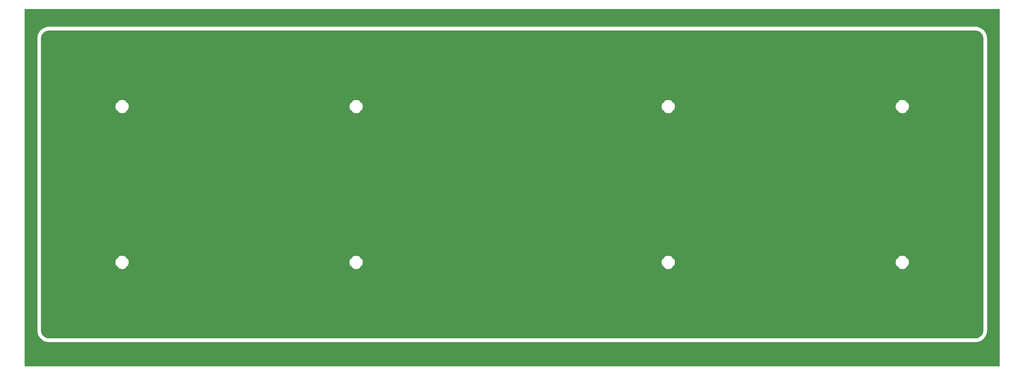
<source format=gbl>
G04 #@! TF.GenerationSoftware,KiCad,Pcbnew,(5.0.0)*
G04 #@! TF.CreationDate,2018-11-10T23:12:02-06:00*
G04 #@! TF.ProjectId,Contra,436F6E7472612E6B696361645F706362,rev?*
G04 #@! TF.SameCoordinates,Original*
G04 #@! TF.FileFunction,Copper,L2,Bot,Signal*
G04 #@! TF.FilePolarity,Positive*
%FSLAX46Y46*%
G04 Gerber Fmt 4.6, Leading zero omitted, Abs format (unit mm)*
G04 Created by KiCad (PCBNEW (5.0.0)) date 11/10/18 23:12:02*
%MOMM*%
%LPD*%
G01*
G04 APERTURE LIST*
G04 #@! TA.AperFunction,NonConductor*
%ADD10C,0.254000*%
G04 #@! TD*
G04 APERTURE END LIST*
D10*
G36*
X261810500Y-110998000D02*
X23939500Y-110998000D01*
X23939500Y-102451166D01*
X26801375Y-102451166D01*
X26808853Y-102488759D01*
X26887501Y-103086152D01*
X26887501Y-103086160D01*
X26926892Y-103233168D01*
X27164780Y-103807480D01*
X27240877Y-103939284D01*
X27240880Y-103939287D01*
X27619298Y-104432451D01*
X27619301Y-104432456D01*
X27726919Y-104540074D01*
X27726924Y-104540077D01*
X28220088Y-104918495D01*
X28220091Y-104918498D01*
X28351895Y-104994595D01*
X28926204Y-105232482D01*
X28926207Y-105232483D01*
X28965598Y-105243038D01*
X29073216Y-105271874D01*
X29073223Y-105271874D01*
X29670613Y-105350522D01*
X29708208Y-105358000D01*
X256041792Y-105358000D01*
X256079387Y-105350522D01*
X256676777Y-105271874D01*
X256676785Y-105271874D01*
X256823793Y-105232483D01*
X257398105Y-104994595D01*
X257529909Y-104918498D01*
X257529912Y-104918495D01*
X258023076Y-104540077D01*
X258023081Y-104540074D01*
X258130699Y-104432456D01*
X258130702Y-104432451D01*
X258509120Y-103939287D01*
X258509123Y-103939284D01*
X258585220Y-103807480D01*
X258823108Y-103233167D01*
X258824100Y-103229467D01*
X258833663Y-103193777D01*
X258862499Y-103086159D01*
X258862499Y-103086152D01*
X258941147Y-102488762D01*
X258948625Y-102451167D01*
X258948625Y-30898833D01*
X258941147Y-30861238D01*
X258862499Y-30263848D01*
X258862499Y-30263841D01*
X258833663Y-30156223D01*
X258823108Y-30116832D01*
X258823107Y-30116829D01*
X258585220Y-29542520D01*
X258509123Y-29410716D01*
X258509120Y-29410713D01*
X258130702Y-28917549D01*
X258130699Y-28917544D01*
X258023081Y-28809926D01*
X258023076Y-28809923D01*
X257529912Y-28431505D01*
X257529909Y-28431502D01*
X257398105Y-28355405D01*
X256823793Y-28117517D01*
X256676785Y-28078126D01*
X256676777Y-28078126D01*
X256079387Y-27999478D01*
X256041792Y-27992000D01*
X29708208Y-27992000D01*
X29670613Y-27999478D01*
X29073223Y-28078126D01*
X29073216Y-28078126D01*
X28965598Y-28106962D01*
X28926207Y-28117517D01*
X28926204Y-28117518D01*
X28351895Y-28355405D01*
X28220091Y-28431502D01*
X28220088Y-28431505D01*
X27726924Y-28809923D01*
X27726919Y-28809926D01*
X27619301Y-28917544D01*
X27619298Y-28917549D01*
X27240880Y-29410713D01*
X27240877Y-29410716D01*
X27164780Y-29542520D01*
X26926892Y-30116832D01*
X26887501Y-30263840D01*
X26887501Y-30263848D01*
X26808851Y-30861253D01*
X26801376Y-30898833D01*
X26801375Y-102451166D01*
X23939500Y-102451166D01*
X23939500Y-23939500D01*
X261810500Y-23939500D01*
X261810500Y-110998000D01*
X261810500Y-110998000D01*
G37*
X261810500Y-110998000D02*
X23939500Y-110998000D01*
X23939500Y-102451166D01*
X26801375Y-102451166D01*
X26808853Y-102488759D01*
X26887501Y-103086152D01*
X26887501Y-103086160D01*
X26926892Y-103233168D01*
X27164780Y-103807480D01*
X27240877Y-103939284D01*
X27240880Y-103939287D01*
X27619298Y-104432451D01*
X27619301Y-104432456D01*
X27726919Y-104540074D01*
X27726924Y-104540077D01*
X28220088Y-104918495D01*
X28220091Y-104918498D01*
X28351895Y-104994595D01*
X28926204Y-105232482D01*
X28926207Y-105232483D01*
X28965598Y-105243038D01*
X29073216Y-105271874D01*
X29073223Y-105271874D01*
X29670613Y-105350522D01*
X29708208Y-105358000D01*
X256041792Y-105358000D01*
X256079387Y-105350522D01*
X256676777Y-105271874D01*
X256676785Y-105271874D01*
X256823793Y-105232483D01*
X257398105Y-104994595D01*
X257529909Y-104918498D01*
X257529912Y-104918495D01*
X258023076Y-104540077D01*
X258023081Y-104540074D01*
X258130699Y-104432456D01*
X258130702Y-104432451D01*
X258509120Y-103939287D01*
X258509123Y-103939284D01*
X258585220Y-103807480D01*
X258823108Y-103233167D01*
X258824100Y-103229467D01*
X258833663Y-103193777D01*
X258862499Y-103086159D01*
X258862499Y-103086152D01*
X258941147Y-102488762D01*
X258948625Y-102451167D01*
X258948625Y-30898833D01*
X258941147Y-30861238D01*
X258862499Y-30263848D01*
X258862499Y-30263841D01*
X258833663Y-30156223D01*
X258823108Y-30116832D01*
X258823107Y-30116829D01*
X258585220Y-29542520D01*
X258509123Y-29410716D01*
X258509120Y-29410713D01*
X258130702Y-28917549D01*
X258130699Y-28917544D01*
X258023081Y-28809926D01*
X258023076Y-28809923D01*
X257529912Y-28431505D01*
X257529909Y-28431502D01*
X257398105Y-28355405D01*
X256823793Y-28117517D01*
X256676785Y-28078126D01*
X256676777Y-28078126D01*
X256079387Y-27999478D01*
X256041792Y-27992000D01*
X29708208Y-27992000D01*
X29670613Y-27999478D01*
X29073223Y-28078126D01*
X29073216Y-28078126D01*
X28965598Y-28106962D01*
X28926207Y-28117517D01*
X28926204Y-28117518D01*
X28351895Y-28355405D01*
X28220091Y-28431502D01*
X28220088Y-28431505D01*
X27726924Y-28809923D01*
X27726919Y-28809926D01*
X27619301Y-28917544D01*
X27619298Y-28917549D01*
X27240880Y-29410713D01*
X27240877Y-29410716D01*
X27164780Y-29542520D01*
X26926892Y-30116832D01*
X26887501Y-30263840D01*
X26887501Y-30263848D01*
X26808851Y-30861253D01*
X26801376Y-30898833D01*
X26801375Y-102451166D01*
X23939500Y-102451166D01*
X23939500Y-23939500D01*
X261810500Y-23939500D01*
X261810500Y-110998000D01*
G36*
X256448492Y-29224132D02*
X256880985Y-29403277D01*
X257252372Y-29688253D01*
X257537348Y-30059639D01*
X257716493Y-30492133D01*
X257782625Y-30994459D01*
X257782626Y-102355533D01*
X257716493Y-102857867D01*
X257537348Y-103290361D01*
X257252372Y-103661747D01*
X256880985Y-103946723D01*
X256448492Y-104125868D01*
X255946166Y-104192000D01*
X29803834Y-104192000D01*
X29301508Y-104125868D01*
X28869014Y-103946723D01*
X28497628Y-103661747D01*
X28212652Y-103290360D01*
X28033507Y-102857867D01*
X27967375Y-102355541D01*
X27967375Y-85436593D01*
X45879677Y-85436593D01*
X45902164Y-86126453D01*
X46122901Y-86659359D01*
X46393590Y-86767646D01*
X46582354Y-86956410D01*
X46690641Y-87227099D01*
X47336593Y-87470323D01*
X48026453Y-87447836D01*
X48559359Y-87227099D01*
X48667646Y-86956410D01*
X48856410Y-86767646D01*
X49127099Y-86659359D01*
X49370323Y-86013407D01*
X49351521Y-85436593D01*
X103029677Y-85436593D01*
X103052164Y-86126453D01*
X103272901Y-86659359D01*
X103543590Y-86767646D01*
X103732354Y-86956410D01*
X103840641Y-87227099D01*
X104486593Y-87470323D01*
X105176453Y-87447836D01*
X105709359Y-87227099D01*
X105817646Y-86956410D01*
X106006410Y-86767646D01*
X106277099Y-86659359D01*
X106520323Y-86013407D01*
X106501521Y-85436593D01*
X179229677Y-85436593D01*
X179252164Y-86126453D01*
X179472901Y-86659359D01*
X179743590Y-86767646D01*
X179932354Y-86956410D01*
X180040641Y-87227099D01*
X180686593Y-87470323D01*
X181376453Y-87447836D01*
X181909359Y-87227099D01*
X182017646Y-86956410D01*
X182206410Y-86767646D01*
X182477099Y-86659359D01*
X182720323Y-86013407D01*
X182701521Y-85436593D01*
X236379677Y-85436593D01*
X236402164Y-86126453D01*
X236622901Y-86659359D01*
X236893590Y-86767646D01*
X237082354Y-86956410D01*
X237190641Y-87227099D01*
X237836593Y-87470323D01*
X238526453Y-87447836D01*
X239059359Y-87227099D01*
X239167646Y-86956410D01*
X239356410Y-86767646D01*
X239627099Y-86659359D01*
X239870323Y-86013407D01*
X239847836Y-85323547D01*
X239627099Y-84790641D01*
X239356410Y-84682354D01*
X239167646Y-84493590D01*
X239059359Y-84222901D01*
X238413407Y-83979677D01*
X237723547Y-84002164D01*
X237190641Y-84222901D01*
X237082354Y-84493590D01*
X236893590Y-84682354D01*
X236622901Y-84790641D01*
X236379677Y-85436593D01*
X182701521Y-85436593D01*
X182697836Y-85323547D01*
X182477099Y-84790641D01*
X182206410Y-84682354D01*
X182017646Y-84493590D01*
X181909359Y-84222901D01*
X181263407Y-83979677D01*
X180573547Y-84002164D01*
X180040641Y-84222901D01*
X179932354Y-84493590D01*
X179743590Y-84682354D01*
X179472901Y-84790641D01*
X179229677Y-85436593D01*
X106501521Y-85436593D01*
X106497836Y-85323547D01*
X106277099Y-84790641D01*
X106006410Y-84682354D01*
X105817646Y-84493590D01*
X105709359Y-84222901D01*
X105063407Y-83979677D01*
X104373547Y-84002164D01*
X103840641Y-84222901D01*
X103732354Y-84493590D01*
X103543590Y-84682354D01*
X103272901Y-84790641D01*
X103029677Y-85436593D01*
X49351521Y-85436593D01*
X49347836Y-85323547D01*
X49127099Y-84790641D01*
X48856410Y-84682354D01*
X48667646Y-84493590D01*
X48559359Y-84222901D01*
X47913407Y-83979677D01*
X47223547Y-84002164D01*
X46690641Y-84222901D01*
X46582354Y-84493590D01*
X46393590Y-84682354D01*
X46122901Y-84790641D01*
X45879677Y-85436593D01*
X27967375Y-85436593D01*
X27967375Y-47336593D01*
X45879677Y-47336593D01*
X45902164Y-48026453D01*
X46122901Y-48559359D01*
X46393590Y-48667646D01*
X46582354Y-48856410D01*
X46690641Y-49127099D01*
X47336593Y-49370323D01*
X48026453Y-49347836D01*
X48559359Y-49127099D01*
X48667646Y-48856410D01*
X48856410Y-48667646D01*
X49127099Y-48559359D01*
X49370323Y-47913407D01*
X49351521Y-47336593D01*
X103029677Y-47336593D01*
X103052164Y-48026453D01*
X103272901Y-48559359D01*
X103543590Y-48667646D01*
X103732354Y-48856410D01*
X103840641Y-49127099D01*
X104486593Y-49370323D01*
X105176453Y-49347836D01*
X105709359Y-49127099D01*
X105817646Y-48856410D01*
X106006410Y-48667646D01*
X106277099Y-48559359D01*
X106520323Y-47913407D01*
X106501521Y-47336593D01*
X179229677Y-47336593D01*
X179252164Y-48026453D01*
X179472901Y-48559359D01*
X179743590Y-48667646D01*
X179932354Y-48856410D01*
X180040641Y-49127099D01*
X180686593Y-49370323D01*
X181376453Y-49347836D01*
X181909359Y-49127099D01*
X182017646Y-48856410D01*
X182206410Y-48667646D01*
X182477099Y-48559359D01*
X182720323Y-47913407D01*
X182701521Y-47336593D01*
X236379677Y-47336593D01*
X236402164Y-48026453D01*
X236622901Y-48559359D01*
X236893590Y-48667646D01*
X237082354Y-48856410D01*
X237190641Y-49127099D01*
X237836593Y-49370323D01*
X238526453Y-49347836D01*
X239059359Y-49127099D01*
X239167646Y-48856410D01*
X239356410Y-48667646D01*
X239627099Y-48559359D01*
X239870323Y-47913407D01*
X239847836Y-47223547D01*
X239627099Y-46690641D01*
X239356410Y-46582354D01*
X239167646Y-46393590D01*
X239059359Y-46122901D01*
X238413407Y-45879677D01*
X237723547Y-45902164D01*
X237190641Y-46122901D01*
X237082354Y-46393590D01*
X236893590Y-46582354D01*
X236622901Y-46690641D01*
X236379677Y-47336593D01*
X182701521Y-47336593D01*
X182697836Y-47223547D01*
X182477099Y-46690641D01*
X182206410Y-46582354D01*
X182017646Y-46393590D01*
X181909359Y-46122901D01*
X181263407Y-45879677D01*
X180573547Y-45902164D01*
X180040641Y-46122901D01*
X179932354Y-46393590D01*
X179743590Y-46582354D01*
X179472901Y-46690641D01*
X179229677Y-47336593D01*
X106501521Y-47336593D01*
X106497836Y-47223547D01*
X106277099Y-46690641D01*
X106006410Y-46582354D01*
X105817646Y-46393590D01*
X105709359Y-46122901D01*
X105063407Y-45879677D01*
X104373547Y-45902164D01*
X103840641Y-46122901D01*
X103732354Y-46393590D01*
X103543590Y-46582354D01*
X103272901Y-46690641D01*
X103029677Y-47336593D01*
X49351521Y-47336593D01*
X49347836Y-47223547D01*
X49127099Y-46690641D01*
X48856410Y-46582354D01*
X48667646Y-46393590D01*
X48559359Y-46122901D01*
X47913407Y-45879677D01*
X47223547Y-45902164D01*
X46690641Y-46122901D01*
X46582354Y-46393590D01*
X46393590Y-46582354D01*
X46122901Y-46690641D01*
X45879677Y-47336593D01*
X27967375Y-47336593D01*
X27967375Y-30994459D01*
X28033507Y-30492133D01*
X28212652Y-30059640D01*
X28497628Y-29688253D01*
X28869014Y-29403277D01*
X29301508Y-29224132D01*
X29803834Y-29158000D01*
X255946166Y-29158000D01*
X256448492Y-29224132D01*
X256448492Y-29224132D01*
G37*
X256448492Y-29224132D02*
X256880985Y-29403277D01*
X257252372Y-29688253D01*
X257537348Y-30059639D01*
X257716493Y-30492133D01*
X257782625Y-30994459D01*
X257782626Y-102355533D01*
X257716493Y-102857867D01*
X257537348Y-103290361D01*
X257252372Y-103661747D01*
X256880985Y-103946723D01*
X256448492Y-104125868D01*
X255946166Y-104192000D01*
X29803834Y-104192000D01*
X29301508Y-104125868D01*
X28869014Y-103946723D01*
X28497628Y-103661747D01*
X28212652Y-103290360D01*
X28033507Y-102857867D01*
X27967375Y-102355541D01*
X27967375Y-85436593D01*
X45879677Y-85436593D01*
X45902164Y-86126453D01*
X46122901Y-86659359D01*
X46393590Y-86767646D01*
X46582354Y-86956410D01*
X46690641Y-87227099D01*
X47336593Y-87470323D01*
X48026453Y-87447836D01*
X48559359Y-87227099D01*
X48667646Y-86956410D01*
X48856410Y-86767646D01*
X49127099Y-86659359D01*
X49370323Y-86013407D01*
X49351521Y-85436593D01*
X103029677Y-85436593D01*
X103052164Y-86126453D01*
X103272901Y-86659359D01*
X103543590Y-86767646D01*
X103732354Y-86956410D01*
X103840641Y-87227099D01*
X104486593Y-87470323D01*
X105176453Y-87447836D01*
X105709359Y-87227099D01*
X105817646Y-86956410D01*
X106006410Y-86767646D01*
X106277099Y-86659359D01*
X106520323Y-86013407D01*
X106501521Y-85436593D01*
X179229677Y-85436593D01*
X179252164Y-86126453D01*
X179472901Y-86659359D01*
X179743590Y-86767646D01*
X179932354Y-86956410D01*
X180040641Y-87227099D01*
X180686593Y-87470323D01*
X181376453Y-87447836D01*
X181909359Y-87227099D01*
X182017646Y-86956410D01*
X182206410Y-86767646D01*
X182477099Y-86659359D01*
X182720323Y-86013407D01*
X182701521Y-85436593D01*
X236379677Y-85436593D01*
X236402164Y-86126453D01*
X236622901Y-86659359D01*
X236893590Y-86767646D01*
X237082354Y-86956410D01*
X237190641Y-87227099D01*
X237836593Y-87470323D01*
X238526453Y-87447836D01*
X239059359Y-87227099D01*
X239167646Y-86956410D01*
X239356410Y-86767646D01*
X239627099Y-86659359D01*
X239870323Y-86013407D01*
X239847836Y-85323547D01*
X239627099Y-84790641D01*
X239356410Y-84682354D01*
X239167646Y-84493590D01*
X239059359Y-84222901D01*
X238413407Y-83979677D01*
X237723547Y-84002164D01*
X237190641Y-84222901D01*
X237082354Y-84493590D01*
X236893590Y-84682354D01*
X236622901Y-84790641D01*
X236379677Y-85436593D01*
X182701521Y-85436593D01*
X182697836Y-85323547D01*
X182477099Y-84790641D01*
X182206410Y-84682354D01*
X182017646Y-84493590D01*
X181909359Y-84222901D01*
X181263407Y-83979677D01*
X180573547Y-84002164D01*
X180040641Y-84222901D01*
X179932354Y-84493590D01*
X179743590Y-84682354D01*
X179472901Y-84790641D01*
X179229677Y-85436593D01*
X106501521Y-85436593D01*
X106497836Y-85323547D01*
X106277099Y-84790641D01*
X106006410Y-84682354D01*
X105817646Y-84493590D01*
X105709359Y-84222901D01*
X105063407Y-83979677D01*
X104373547Y-84002164D01*
X103840641Y-84222901D01*
X103732354Y-84493590D01*
X103543590Y-84682354D01*
X103272901Y-84790641D01*
X103029677Y-85436593D01*
X49351521Y-85436593D01*
X49347836Y-85323547D01*
X49127099Y-84790641D01*
X48856410Y-84682354D01*
X48667646Y-84493590D01*
X48559359Y-84222901D01*
X47913407Y-83979677D01*
X47223547Y-84002164D01*
X46690641Y-84222901D01*
X46582354Y-84493590D01*
X46393590Y-84682354D01*
X46122901Y-84790641D01*
X45879677Y-85436593D01*
X27967375Y-85436593D01*
X27967375Y-47336593D01*
X45879677Y-47336593D01*
X45902164Y-48026453D01*
X46122901Y-48559359D01*
X46393590Y-48667646D01*
X46582354Y-48856410D01*
X46690641Y-49127099D01*
X47336593Y-49370323D01*
X48026453Y-49347836D01*
X48559359Y-49127099D01*
X48667646Y-48856410D01*
X48856410Y-48667646D01*
X49127099Y-48559359D01*
X49370323Y-47913407D01*
X49351521Y-47336593D01*
X103029677Y-47336593D01*
X103052164Y-48026453D01*
X103272901Y-48559359D01*
X103543590Y-48667646D01*
X103732354Y-48856410D01*
X103840641Y-49127099D01*
X104486593Y-49370323D01*
X105176453Y-49347836D01*
X105709359Y-49127099D01*
X105817646Y-48856410D01*
X106006410Y-48667646D01*
X106277099Y-48559359D01*
X106520323Y-47913407D01*
X106501521Y-47336593D01*
X179229677Y-47336593D01*
X179252164Y-48026453D01*
X179472901Y-48559359D01*
X179743590Y-48667646D01*
X179932354Y-48856410D01*
X180040641Y-49127099D01*
X180686593Y-49370323D01*
X181376453Y-49347836D01*
X181909359Y-49127099D01*
X182017646Y-48856410D01*
X182206410Y-48667646D01*
X182477099Y-48559359D01*
X182720323Y-47913407D01*
X182701521Y-47336593D01*
X236379677Y-47336593D01*
X236402164Y-48026453D01*
X236622901Y-48559359D01*
X236893590Y-48667646D01*
X237082354Y-48856410D01*
X237190641Y-49127099D01*
X237836593Y-49370323D01*
X238526453Y-49347836D01*
X239059359Y-49127099D01*
X239167646Y-48856410D01*
X239356410Y-48667646D01*
X239627099Y-48559359D01*
X239870323Y-47913407D01*
X239847836Y-47223547D01*
X239627099Y-46690641D01*
X239356410Y-46582354D01*
X239167646Y-46393590D01*
X239059359Y-46122901D01*
X238413407Y-45879677D01*
X237723547Y-45902164D01*
X237190641Y-46122901D01*
X237082354Y-46393590D01*
X236893590Y-46582354D01*
X236622901Y-46690641D01*
X236379677Y-47336593D01*
X182701521Y-47336593D01*
X182697836Y-47223547D01*
X182477099Y-46690641D01*
X182206410Y-46582354D01*
X182017646Y-46393590D01*
X181909359Y-46122901D01*
X181263407Y-45879677D01*
X180573547Y-45902164D01*
X180040641Y-46122901D01*
X179932354Y-46393590D01*
X179743590Y-46582354D01*
X179472901Y-46690641D01*
X179229677Y-47336593D01*
X106501521Y-47336593D01*
X106497836Y-47223547D01*
X106277099Y-46690641D01*
X106006410Y-46582354D01*
X105817646Y-46393590D01*
X105709359Y-46122901D01*
X105063407Y-45879677D01*
X104373547Y-45902164D01*
X103840641Y-46122901D01*
X103732354Y-46393590D01*
X103543590Y-46582354D01*
X103272901Y-46690641D01*
X103029677Y-47336593D01*
X49351521Y-47336593D01*
X49347836Y-47223547D01*
X49127099Y-46690641D01*
X48856410Y-46582354D01*
X48667646Y-46393590D01*
X48559359Y-46122901D01*
X47913407Y-45879677D01*
X47223547Y-45902164D01*
X46690641Y-46122901D01*
X46582354Y-46393590D01*
X46393590Y-46582354D01*
X46122901Y-46690641D01*
X45879677Y-47336593D01*
X27967375Y-47336593D01*
X27967375Y-30994459D01*
X28033507Y-30492133D01*
X28212652Y-30059640D01*
X28497628Y-29688253D01*
X28869014Y-29403277D01*
X29301508Y-29224132D01*
X29803834Y-29158000D01*
X255946166Y-29158000D01*
X256448492Y-29224132D01*
M02*

</source>
